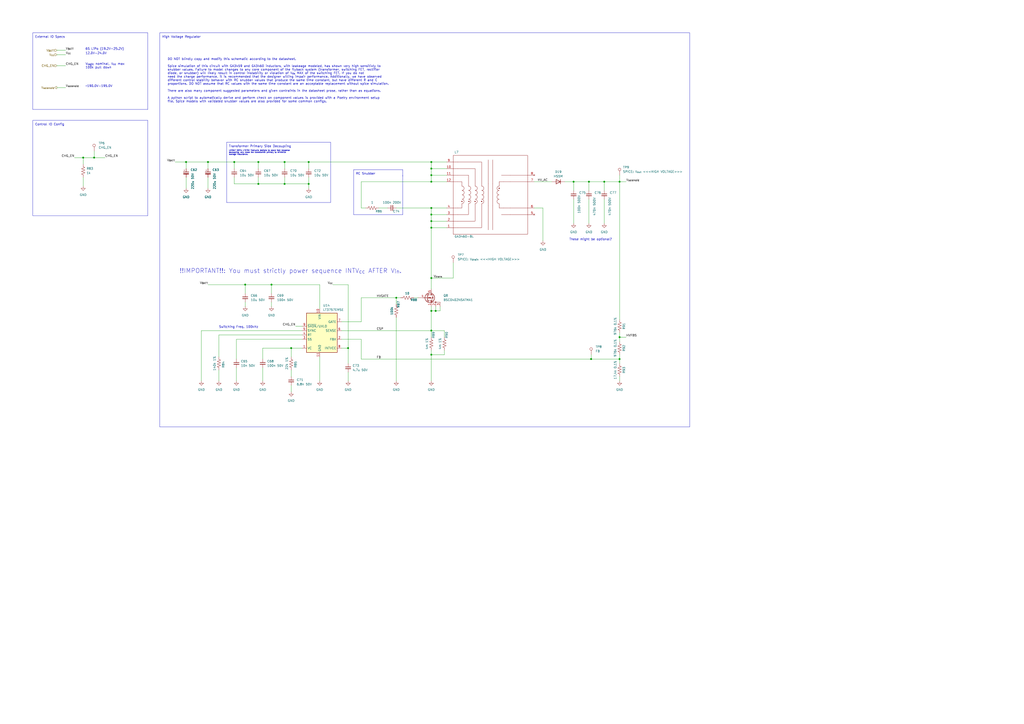
<source format=kicad_sch>
(kicad_sch (version 20230121) (generator eeschema)
  (paper "A2")
  (title_block (title "Kicker") (date "2024-05-23") (rev "3.1") (company "The A-Team (RC SSL)") (comment 1 "W. Stuckey"))
  (lib_symbols
    (symbol "AT-Inductors:GA3460-BL"
      (property "Reference" "L" (at 0 -25.4 0))
      (property "Value" "GA3460-BL" (at 0 25.4 0))
      (symbol "GA3460-BL_0_1"
        (rectangle (start -21.59 22.86) (end 21.59 -22.86) (stroke (width 0.1524)))
        (arc (start -16.51 -5.08) (mid -15.2558 -3.81) (end -16.51 -2.54) (stroke (width 0.1524)))
        (circle (center -16.51 3.81) (radius 0.254) (stroke (width 0.1524)) (fill (type outline)))
        (arc (start -16.4198 -2.54) (mid -15.2368 -1.27) (end -16.4198 0) (stroke (width 0.1524)))
        (arc (start -16.3296 2.54) (mid -15.2979 3.8897) (end -16.51 5.08) (stroke (width 0.1524)))
        (arc (start -16.2619 0.0112) (mid -15.2302 1.3609) (end -16.4423 2.5512) (stroke (width 0.1524)))
        (arc (start -12.6841 -5.08) (mid -11.4299 -3.81) (end -12.6841 -2.54) (stroke (width 0.1524)))
        (arc (start -12.5939 -2.54) (mid -11.4109 -1.27) (end -12.5939 0) (stroke (width 0.1524)))
        (arc (start -12.5196 2.54) (mid -11.4184 3.8946) (end -12.7 5.08) (stroke (width 0.1524)))
        (arc (start -12.4519 0.0112) (mid -11.4202 1.3609) (end -12.6323 2.5512) (stroke (width 0.1524)))
        (circle (center -12.446 3.81) (radius 0.254) (stroke (width 0.1524)) (fill (type outline)))
        (circle (center -8.89 3.81) (radius 0.254) (stroke (width 0.1524)) (fill (type outline)))
        (arc (start -8.8741 -5.08) (mid -7.6199 -3.81) (end -8.8741 -2.54) (stroke (width 0.1524)))
        (arc (start -8.7839 -2.54) (mid -7.6009 -1.27) (end -8.7839 0) (stroke (width 0.1524)))
        (arc (start -8.7096 2.54) (mid -7.6743 3.89) (end -8.89 5.08) (stroke (width 0.1524)))
        (arc (start -8.6419 0.0112) (mid -7.6102 1.3609) (end -8.8223 2.5512) (stroke (width 0.1524)))
        (circle (center -5.08 3.81) (radius 0.254) (stroke (width 0.1524)) (fill (type outline)))
        (arc (start -5.0641 -5.08) (mid -3.8099 -3.81) (end -5.0641 -2.54) (stroke (width 0.1524)))
        (arc (start -4.9898 2.54) (mid -3.8068 3.81) (end -4.9898 5.08) (stroke (width 0.1524)))
        (arc (start -4.9739 -2.54) (mid -3.7909 -1.27) (end -4.9739 0) (stroke (width 0.1524)))
        (arc (start -4.8319 0.0112) (mid -3.8002 1.3609) (end -5.0123 2.5512) (stroke (width 0.1524)))
        (polyline (pts (xy -19.05 -19.05) (xy -22.86 -19.05)) (stroke (width 0.1524)))
        (polyline (pts (xy -19.05 -11.43) (xy -22.86 -11.43)) (stroke (width 0.1524)))
        (polyline (pts (xy -19.05 -7.62) (xy -22.86 -7.62)) (stroke (width 0.1524)))
        (polyline (pts (xy -19.05 7.62) (xy -22.86 7.62)) (stroke (width 0.1524)))
        (polyline (pts (xy -19.05 15.24) (xy -22.86 15.24)) (stroke (width 0.1524)))
        (polyline (pts (xy -1.27 -6.35) (xy -1.27 -20.32)) (stroke (width 0.1524)))
        (polyline (pts (xy -1.27 6.35) (xy -1.27 -6.35)) (stroke (width 0.1524)))
        (polyline (pts (xy -1.27 6.35) (xy -1.27 20.32)) (stroke (width 0.1524)))
        (polyline (pts (xy 1.27 -6.35) (xy 1.27 -20.32)) (stroke (width 0.1524)))
        (polyline (pts (xy 1.27 6.35) (xy 1.27 -6.35)) (stroke (width 0.1524)))
        (polyline (pts (xy 1.27 6.35) (xy 1.27 20.32)) (stroke (width 0.1524)))
        (polyline (pts (xy 7.62 -7.62) (xy 11.43 -7.62)) (stroke (width 0.1524)))
        (polyline (pts (xy 7.62 7.62) (xy 11.43 7.62)) (stroke (width 0.1524)))
        (polyline (pts (xy 11.43 -11.43) (xy 6.35 -11.43)) (stroke (width 0.1524)))
        (polyline (pts (xy 11.43 -11.43) (xy 22.86 -11.43)) (stroke (width 0.1524)))
        (polyline (pts (xy 11.43 -7.62) (xy 22.86 -7.62)) (stroke (width 0.1524)))
        (polyline (pts (xy 11.43 7.62) (xy 22.86 7.62)) (stroke (width 0.1524)))
        (polyline (pts (xy 11.43 11.43) (xy 6.35 11.43)) (stroke (width 0.1524)))
        (polyline (pts (xy 11.43 11.43) (xy 22.86 11.43)) (stroke (width 0.1524)))
        (polyline (pts (xy -19.05 -15.24) (xy -22.86 -15.24) (xy -21.59 -15.24)) (stroke (width 0.1524)))
        (polyline (pts (xy -19.05 11.43) (xy -22.86 11.43) (xy -21.59 11.43)) (stroke (width 0.1524)))
        (polyline (pts (xy -19.05 19.05) (xy -22.86 19.05) (xy -21.59 19.05)) (stroke (width 0.1524)))
        (polyline (pts (xy -16.51 -5.08) (xy -16.51 -7.62) (xy -19.05 -7.62)) (stroke (width 0.1524)))
        (polyline (pts (xy -16.51 5.08) (xy -16.51 7.62) (xy -19.05 7.62)) (stroke (width 0.1524)))
        (polyline (pts (xy -12.7 -5.08) (xy -12.7 -11.43) (xy -19.05 -11.43)) (stroke (width 0.1524)))
        (polyline (pts (xy -12.7 5.08) (xy -12.7 11.43) (xy -19.05 11.43)) (stroke (width 0.1524)))
        (polyline (pts (xy -8.89 -5.08) (xy -8.89 -15.24) (xy -19.05 -15.24)) (stroke (width 0.1524)))
        (polyline (pts (xy -8.89 5.08) (xy -8.89 15.24) (xy -19.05 15.24)) (stroke (width 0.1524)))
        (polyline (pts (xy -5.08 -5.08) (xy -5.08 -19.05) (xy -19.05 -19.05)) (stroke (width 0.1524)))
        (polyline (pts (xy -5.08 5.08) (xy -5.08 19.05) (xy -19.05 19.05)) (stroke (width 0.1524)))
        (polyline (pts (xy 5.08 -5.08) (xy 5.08 -7.62) (xy 7.62 -7.62)) (stroke (width 0.1524)))
        (polyline (pts (xy 5.08 5.08) (xy 5.08 7.62) (xy 7.62 7.62)) (stroke (width 0.1524)))
        (arc (start 4.9739 0) (mid 3.7909 -1.27) (end 4.9739 -2.54) (stroke (width 0.1524)))
        (arc (start 4.9898 5.08) (mid 3.8068 3.81) (end 4.9898 2.54) (stroke (width 0.1524)))
        (arc (start 5.0123 2.5512) (mid 3.8002 1.3609) (end 4.8319 0.0112) (stroke (width 0.1524)))
        (arc (start 5.0641 -2.54) (mid 3.8099 -3.81) (end 5.0641 -5.08) (stroke (width 0.1524)))
        (circle (center 5.08 -3.81) (radius 0.254) (stroke (width 0.1524)) (fill (type outline)))
      )
      (symbol "GA3460-BL_1_1"
        (pin passive line (at -25.4 19.05 0) (length 2.54) (name "") (number "1"))
        (pin passive line (at -25.4 -15.24 0) (length 2.54) (name "") (number "10"))
        (pin passive line (at -25.4 -11.43 0) (length 2.54) (name "") (number "11"))
        (pin passive line (at -25.4 -7.62 0) (length 2.54) (name "") (number "12"))
        (pin passive line (at -25.4 15.24 0) (length 2.54) (name "") (number "2"))
        (pin passive line (at -25.4 11.43 0) (length 2.54) (name "") (number "3"))
        (pin passive line (at -25.4 7.62 0) (length 2.54) (name "") (number "4"))
        (pin no_connect line (at 25.4 11.43 180) (length 2.54) (name "") (number "5"))
        (pin passive line (at 25.4 7.62 180) (length 2.54) (name "") (number "6"))
        (pin passive line (at 25.4 -7.62 180) (length 2.54) (name "") (number "7"))
        (pin no_connect line (at 25.4 -11.43 180) (length 2.54) (name "") (number "8"))
        (pin passive line (at -25.4 -19.05 0) (length 2.54) (name "") (number "9"))
      )
    )
    (symbol "AT-Transistors:Q_NMOS_SGD_PowerPAK" (pin_names (offset 0) hide)
      (property "Reference" "Q" (at 5.08 1.27 0))
      (property "Value" "Q_NMOS_SGD_PowerPAK" (at 5.08 -1.27 0))
      (symbol "Q_NMOS_SGD_PowerPAK_0_1"
        (polyline (pts (xy 0.254 0) (xy -2.54 0)))
        (polyline (pts (xy 0.254 1.905) (xy 0.254 -1.905)) (stroke (width 0.254)))
        (polyline (pts (xy 0.762 -1.27) (xy 0.762 -2.286)) (stroke (width 0.254)))
        (polyline (pts (xy 0.762 0.508) (xy 0.762 -0.508)) (stroke (width 0.254)))
        (polyline (pts (xy 0.762 2.286) (xy 0.762 1.27)) (stroke (width 0.254)))
        (polyline (pts (xy 2.54 2.54) (xy 2.54 1.778)))
        (polyline (pts (xy 7.62 -2.54) (xy 5.08 -2.54)) (stroke (width 0.1524)))
        (polyline (pts (xy 2.54 -2.54) (xy 2.54 0) (xy 0.762 0)))
        (polyline (pts (xy 5.08 -2.54) (xy 2.54 -2.54) (xy 3.81 -2.54)) (stroke (width 0.1524)))
        (polyline (pts (xy 0.762 -1.778) (xy 3.302 -1.778) (xy 3.302 1.778) (xy 0.762 1.778)))
        (polyline (pts (xy 1.016 0) (xy 2.032 0.381) (xy 2.032 -0.381) (xy 1.016 0)) (fill (type outline)))
        (polyline (pts (xy 2.794 0.508) (xy 2.921 0.381) (xy 3.683 0.381) (xy 3.81 0.254)))
        (polyline (pts (xy 3.302 0.381) (xy 2.921 -0.254) (xy 3.683 -0.254) (xy 3.302 0.381)))
        (circle (center 1.651 0) (radius 2.794) (stroke (width 0.254)))
        (circle (center 2.54 -2.54) (radius 0.254) (fill (type outline)))
        (circle (center 2.54 -1.778) (radius 0.254) (fill (type outline)))
        (circle (center 2.54 1.778) (radius 0.254) (fill (type outline)))
        (circle (center 5.08 -2.54) (radius 0.254) (fill (type outline)))
      )
      (symbol "Q_NMOS_SGD_PowerPAK_1_1"
        (pin passive line (at 2.54 -5.08 90) (length 2.54) (name "S") (number "1"))
        (pin passive line (at 5.08 -5.08 90) (length 2.54) (name "S") (number "2"))
        (pin passive line (at 7.62 -5.08 90) (length 2.54) (name "S") (number "3"))
        (pin input line (at -5.08 0 0) (length 5.08) (name "G") (number "4"))
        (pin passive line (at 2.54 5.08 270) (length 2.54) (name "D") (number "5"))
      )
    )
    (symbol "Connector:TestPoint" (pin_numbers hide) (pin_names (offset 0.762) hide)
      (property "Reference" "TP" (at 0 6.858 0))
      (property "Value" "TestPoint" (at 0 5.08 0))
      (symbol "TestPoint_0_1"
        (circle (center 0 3.302) (radius 0.762))
      )
      (symbol "TestPoint_1_1"
        (pin passive line (at 0 0 90) (length 2.54) (name "1") (number "1"))
      )
    )
    (symbol "Device:C_Polarized_Small" (pin_numbers hide) (pin_names (offset 0.254) hide)
      (property "Reference" "C" (at 0.254 1.778 0))
      (property "Value" "C_Polarized_Small" (at 0.254 -2.032 0))
      (symbol "C_Polarized_Small_0_1"
        (rectangle (start -1.524 -0.3048) (end 1.524 -0.6858) (fill (type outline)))
        (rectangle (start -1.524 0.6858) (end 1.524 0.3048))
        (polyline (pts (xy -1.27 1.524) (xy -0.762 1.524)))
        (polyline (pts (xy -1.016 1.27) (xy -1.016 1.778)))
      )
      (symbol "C_Polarized_Small_1_1"
        (pin passive line (at 0 2.54 270) (length 1.8542) (name "~") (number "1"))
        (pin passive line (at 0 -2.54 90) (length 1.8542) (name "~") (number "2"))
      )
    )
    (symbol "Device:C_Small" (pin_numbers hide) (pin_names (offset 0.254) hide)
      (property "Reference" "C" (at 0.254 1.778 0))
      (property "Value" "C_Small" (at 0.254 -2.032 0))
      (symbol "C_Small_0_1"
        (polyline (pts (xy -1.524 -0.508) (xy 1.524 -0.508)) (stroke (width 0.3302)))
        (polyline (pts (xy -1.524 0.508) (xy 1.524 0.508)) (stroke (width 0.3048)))
      )
      (symbol "C_Small_1_1"
        (pin passive line (at 0 2.54 270) (length 2.032) (name "~") (number "1"))
        (pin passive line (at 0 -2.54 90) (length 2.032) (name "~") (number "2"))
      )
    )
    (symbol "Device:D" (pin_numbers hide) (pin_names (offset 1.016) hide)
      (property "Reference" "D" (at 0 2.54 0))
      (property "Value" "D" (at 0 -2.54 0))
      (symbol "D_0_1"
        (polyline (pts (xy -1.27 1.27) (xy -1.27 -1.27)) (stroke (width 0.254)))
        (polyline (pts (xy 1.27 0) (xy -1.27 0)))
        (polyline (pts (xy 1.27 1.27) (xy 1.27 -1.27) (xy -1.27 0) (xy 1.27 1.27)) (stroke (width 0.254)))
      )
      (symbol "D_1_1"
        (pin passive line (at -3.81 0 0) (length 2.54) (name "K") (number "1"))
        (pin passive line (at 3.81 0 180) (length 2.54) (name "A") (number "2"))
      )
    )
    (symbol "Device:R_US" (pin_numbers hide) (pin_names (offset 0))
      (property "Reference" "R" (at 2.54 0 90))
      (property "Value" "R_US" (at -2.54 0 90))
      (symbol "R_US_0_1"
        (polyline (pts (xy 0 -2.286) (xy 0 -2.54)))
        (polyline (pts (xy 0 2.286) (xy 0 2.54)))
        (polyline (pts (xy 0 -0.762) (xy 1.016 -1.143) (xy 0 -1.524) (xy -1.016 -1.905) (xy 0 -2.286)))
        (polyline (pts (xy 0 0.762) (xy 1.016 0.381) (xy 0 0) (xy -1.016 -0.381) (xy 0 -0.762)))
        (polyline (pts (xy 0 2.286) (xy 1.016 1.905) (xy 0 1.524) (xy -1.016 1.143) (xy 0 0.762)))
      )
      (symbol "R_US_1_1"
        (pin passive line (at 0 3.81 270) (length 1.27) (name "~") (number "1"))
        (pin passive line (at 0 -3.81 90) (length 1.27) (name "~") (number "2"))
      )
    )
    (symbol "Regulator_Switching:LT3757EMSE"
      (property "Reference" "U14" (at 1.9559 14.605 0))
      (property "Value" "LT3757EMSE" (at 1.9559 12.065 0))
      (symbol "LT3757EMSE_0_1"
        (rectangle (start -7.62 10.16) (end 10.16 -12.7) (stroke (width 0.254)) (fill (type background)))
      )
      (symbol "LT3757EMSE_1_1"
        (pin input line (at -10.16 -10.16 0) (length 2.54) (name "VC") (number "1"))
        (pin power_in line (at 0 12.7 270) (length 2.54) (name "VIN") (number "10"))
        (pin power_in line (at 0 -15.24 90) (length 2.54) (name "GND") (number "11"))
        (pin input line (at 12.7 -5.08 180) (length 2.54) (name "FBX") (number "2"))
        (pin input line (at -10.16 -5.08 0) (length 2.54) (name "SS") (number "3"))
        (pin input line (at -10.16 -2.54 0) (length 2.54) (name "RT") (number "4"))
        (pin input line (at -10.16 0 0) (length 2.54) (name "SYNC") (number "5"))
        (pin input line (at 12.7 0 180) (length 2.54) (name "SENSE") (number "6"))
        (pin output line (at 12.7 5.08 180) (length 2.54) (name "GATE") (number "7"))
        (pin input line (at 12.7 -10.16 180) (length 2.54) (name "INTVCC") (number "8"))
        (pin input line (at -10.16 2.54 0) (length 2.54) (name "~{SHDN}/UVLO") (number "9"))
      )
    )
    (symbol "power:GND" (power) (pin_names (offset 0))
      (property "Value" "GND" (at 0 -3.81 0))
      (symbol "GND_0_1"
        (polyline (pts (xy 0 0) (xy 0 -1.27) (xy 1.27 -1.27) (xy 0 -2.54) (xy -1.27 -1.27) (xy 0 -1.27)))
      )
      (symbol "GND_1_1"
        (pin power_in line (at 0 0 270) (length 0) hide (name "GND") (number "1"))
      )
    )
  )
  (junction (at 54.61 91.44))
  (junction (at 250.19 191.77))
  (junction (at 252.73 180.34))
  (junction (at 341.63 105.41))
  (junction (at 201.93 201.93))
  (junction (at 342.9 208.28))
  (junction (at 229.87 172.72))
  (junction (at 359.41 105.41))
  (junction (at 250.19 105.41))
  (junction (at 250.19 101.6))
  (junction (at 250.19 205.74))
  (junction (at 179.07 106.68))
  (junction (at 179.07 93.98))
  (junction (at 149.86 106.68))
  (junction (at 250.19 124.46))
  (junction (at 48.26 91.44))
  (junction (at 107.95 93.98))
  (junction (at 250.19 120.65))
  (junction (at 250.19 161.29))
  (junction (at 120.65 93.98))
  (junction (at 359.41 208.28))
  (junction (at 142.24 165.1))
  (junction (at 250.19 180.34))
  (junction (at 350.52 105.41))
  (junction (at 332.74 105.41))
  (junction (at 168.91 201.93))
  (junction (at 250.19 97.79))
  (junction (at 359.41 195.58))
  (junction (at 157.48 165.1))
  (junction (at 250.19 132.08))
  (junction (at 165.1 93.98))
  (junction (at 135.89 93.98))
  (junction (at 250.19 93.98))
  (junction (at 165.1 106.68))
  (junction (at 149.86 93.98))
  (junction (at 250.19 128.27))
  (wire (pts (xy 209.55 172.72) (xy 229.87 172.72)))
  (wire (pts (xy 250.19 120.65) (xy 250.19 124.46)))
  (polyline (pts (xy 233.68 124.46) (xy 205.105 124.46)))
  (wire (pts (xy 152.4 201.93) (xy 168.91 201.93)))
  (wire (pts (xy 250.19 93.98) (xy 259.08 93.98)))
  (wire (pts (xy 250.19 105.41) (xy 250.19 101.6)))
  (wire (pts (xy 137.16 196.85) (xy 137.16 208.28)))
  (wire (pts (xy 332.74 105.41) (xy 341.63 105.41)))
  (wire (pts (xy 175.26 201.93) (xy 168.91 201.93)))
  (wire (pts (xy 250.19 180.34) (xy 252.73 180.34)))
  (polyline (pts (xy 131.445 117.475) (xy 131.445 82.55)))
  (wire (pts (xy 255.27 180.34) (xy 252.73 180.34)))
  (wire (pts (xy 209.55 120.65) (xy 209.55 105.41)))
  (wire (pts (xy 262.89 152.4) (xy 262.89 161.29)))
  (wire (pts (xy 175.26 196.85) (xy 137.16 196.85)))
  (wire (pts (xy 359.41 208.28) (xy 359.41 210.82)))
  (wire (pts (xy 165.1 102.87) (xy 165.1 106.68)))
  (wire (pts (xy 332.74 115.57) (xy 332.74 129.54)))
  (polyline (pts (xy 205.105 98.425) (xy 233.68 98.425)))
  (wire (pts (xy 327.66 105.41) (xy 332.74 105.41)))
  (polyline (pts (xy 191.77 82.55) (xy 191.77 117.475)))
  (wire (pts (xy 168.91 201.93) (xy 168.91 207.01)))
  (wire (pts (xy 107.95 93.98) (xy 120.65 93.98)))
  (wire (pts (xy 250.19 101.6) (xy 250.19 97.79)))
  (wire (pts (xy 250.19 180.34) (xy 250.19 191.77)))
  (wire (pts (xy 341.63 105.41) (xy 341.63 110.49)))
  (wire (pts (xy 157.48 170.18) (xy 157.48 165.1)))
  (wire (pts (xy 33.02 29.21) (xy 38.1 29.21)))
  (wire (pts (xy 48.26 91.44) (xy 48.26 95.25)))
  (wire (pts (xy 229.87 184.15) (xy 229.87 220.98)))
  (wire (pts (xy 229.87 172.72) (xy 229.87 176.53)))
  (wire (pts (xy 259.08 105.41) (xy 250.19 105.41)))
  (polyline (pts (xy 92.71 19.05) (xy 400.05 19.05)))
  (wire (pts (xy 359.41 105.41) (xy 359.41 185.42)))
  (wire (pts (xy 165.1 93.98) (xy 165.1 97.79)))
  (wire (pts (xy 250.19 203.2) (xy 250.19 205.74)))
  (wire (pts (xy 101.6 93.98) (xy 107.95 93.98)))
  (wire (pts (xy 240.03 172.72) (xy 242.57 172.72)))
  (wire (pts (xy 48.26 102.87) (xy 48.26 107.95)))
  (wire (pts (xy 209.55 186.69) (xy 209.55 172.72)))
  (wire (pts (xy 257.81 205.74) (xy 250.19 205.74)))
  (wire (pts (xy 165.1 93.98) (xy 179.07 93.98)))
  (wire (pts (xy 137.16 213.36) (xy 137.16 220.98)))
  (polyline (pts (xy 19.05 19.05) (xy 85.725 19.05)))
  (wire (pts (xy 309.88 105.41) (xy 320.04 105.41)))
  (wire (pts (xy 250.19 97.79) (xy 250.19 93.98)))
  (wire (pts (xy 149.86 102.87) (xy 149.86 106.68)))
  (polyline (pts (xy 205.105 124.46) (xy 205.105 98.425)))
  (wire (pts (xy 350.52 105.41) (xy 350.52 110.49)))
  (wire (pts (xy 43.18 91.44) (xy 48.26 91.44)))
  (wire (pts (xy 179.07 93.98) (xy 179.07 97.79)))
  (wire (pts (xy 165.1 106.68) (xy 179.07 106.68)))
  (polyline (pts (xy 400.05 247.65) (xy 92.71 247.65)))
  (wire (pts (xy 342.9 205.74) (xy 342.9 208.28)))
  (polyline (pts (xy 233.68 101.6) (xy 233.68 124.46)))
  (wire (pts (xy 185.42 207.01) (xy 185.42 220.98)))
  (wire (pts (xy 359.41 218.44) (xy 359.41 220.98)))
  (wire (pts (xy 33.02 50.8) (xy 38.1 50.8)))
  (wire (pts (xy 359.41 195.58) (xy 363.22 195.58)))
  (wire (pts (xy 359.41 193.04) (xy 359.41 195.58)))
  (wire (pts (xy 54.61 87.63) (xy 54.61 91.44)))
  (wire (pts (xy 250.19 191.77) (xy 257.81 191.77)))
  (wire (pts (xy 250.19 128.27) (xy 259.08 128.27)))
  (wire (pts (xy 209.55 208.28) (xy 342.9 208.28)))
  (polyline (pts (xy 19.05 19.05) (xy 19.05 63.5)))
  (wire (pts (xy 107.95 102.87) (xy 107.95 109.22)))
  (wire (pts (xy 209.55 105.41) (xy 250.19 105.41)))
  (wire (pts (xy 175.26 194.31) (xy 127 194.31)))
  (wire (pts (xy 201.93 165.1) (xy 201.93 201.93)))
  (wire (pts (xy 252.73 177.8) (xy 252.73 180.34)))
  (wire (pts (xy 152.4 213.36) (xy 152.4 220.98)))
  (wire (pts (xy 250.19 177.8) (xy 250.19 180.34)))
  (polyline (pts (xy 233.68 98.425) (xy 233.68 102.235)))
  (wire (pts (xy 250.19 101.6) (xy 259.08 101.6)))
  (wire (pts (xy 342.9 208.28) (xy 359.41 208.28)))
  (wire (pts (xy 250.19 132.08) (xy 250.19 161.29)))
  (wire (pts (xy 33.02 38.1) (xy 38.1 38.1)))
  (wire (pts (xy 127 194.31) (xy 127 207.01)))
  (wire (pts (xy 250.19 124.46) (xy 259.08 124.46)))
  (wire (pts (xy 229.87 172.72) (xy 232.41 172.72)))
  (wire (pts (xy 120.65 102.87) (xy 120.65 109.22)))
  (wire (pts (xy 250.19 128.27) (xy 250.19 132.08)))
  (wire (pts (xy 135.89 106.68) (xy 149.86 106.68)))
  (wire (pts (xy 198.12 191.77) (xy 250.19 191.77)))
  (polyline (pts (xy 85.725 69.85) (xy 85.725 125.095)))
  (wire (pts (xy 359.41 195.58) (xy 359.41 198.12)))
  (wire (pts (xy 48.26 91.44) (xy 54.61 91.44)))
  (wire (pts (xy 209.55 196.85) (xy 198.12 196.85)))
  (wire (pts (xy 179.07 102.87) (xy 179.07 106.68)))
  (wire (pts (xy 314.96 120.65) (xy 314.96 139.7)))
  (wire (pts (xy 179.07 106.68) (xy 179.07 109.22)))
  (wire (pts (xy 175.26 191.77) (xy 116.84 191.77)))
  (wire (pts (xy 255.27 177.8) (xy 255.27 180.34)))
  (wire (pts (xy 257.81 195.58) (xy 257.81 191.77)))
  (wire (pts (xy 135.89 93.98) (xy 135.89 97.79)))
  (wire (pts (xy 250.19 205.74) (xy 250.19 220.98)))
  (polyline (pts (xy 400.05 19.05) (xy 400.05 247.65)))
  (wire (pts (xy 341.63 115.57) (xy 341.63 129.54)))
  (wire (pts (xy 350.52 105.41) (xy 359.41 105.41)))
  (wire (pts (xy 209.55 208.28) (xy 209.55 196.85)))
  (polyline (pts (xy 85.725 69.85) (xy 19.05 69.85)))
  (wire (pts (xy 149.86 106.68) (xy 165.1 106.68)))
  (wire (pts (xy 229.87 120.65) (xy 250.19 120.65)))
  (wire (pts (xy 142.24 175.26) (xy 142.24 177.8)))
  (polyline (pts (xy 19.05 125.095) (xy 85.725 125.095)))
  (wire (pts (xy 250.19 191.77) (xy 250.19 195.58)))
  (wire (pts (xy 185.42 165.1) (xy 185.42 179.07)))
  (wire (pts (xy 193.04 165.1) (xy 201.93 165.1)))
  (wire (pts (xy 359.41 101.6) (xy 359.41 105.41)))
  (wire (pts (xy 135.89 93.98) (xy 149.86 93.98)))
  (wire (pts (xy 168.91 214.63) (xy 168.91 218.44)))
  (wire (pts (xy 250.19 120.65) (xy 259.08 120.65)))
  (wire (pts (xy 250.19 132.08) (xy 259.08 132.08)))
  (wire (pts (xy 142.24 165.1) (xy 142.24 170.18)))
  (wire (pts (xy 142.24 165.1) (xy 157.48 165.1)))
  (wire (pts (xy 168.91 223.52) (xy 168.91 227.33)))
  (wire (pts (xy 250.19 161.29) (xy 250.19 167.64)))
  (wire (pts (xy 157.48 165.1) (xy 185.42 165.1)))
  (wire (pts (xy 171.45 189.23) (xy 175.26 189.23)))
  (polyline (pts (xy 85.725 63.5) (xy 19.05 63.5)))
  (wire (pts (xy 198.12 201.93) (xy 201.93 201.93)))
  (wire (pts (xy 212.09 120.65) (xy 209.55 120.65)))
  (wire (pts (xy 201.93 215.9) (xy 201.93 220.98)))
  (wire (pts (xy 250.19 97.79) (xy 259.08 97.79)))
  (polyline (pts (xy 131.445 82.55) (xy 191.77 82.55)))
  (wire (pts (xy 262.89 161.29) (xy 250.19 161.29)))
  (wire (pts (xy 120.65 97.79) (xy 120.65 93.98)))
  (wire (pts (xy 179.07 93.98) (xy 250.19 93.98)))
  (wire (pts (xy 120.65 93.98) (xy 135.89 93.98)))
  (polyline (pts (xy 85.725 19.05) (xy 85.725 63.5)))
  (wire (pts (xy 149.86 93.98) (xy 165.1 93.98)))
  (wire (pts (xy 116.84 191.77) (xy 116.84 220.98)))
  (wire (pts (xy 219.71 120.65) (xy 224.79 120.65)))
  (wire (pts (xy 359.41 205.74) (xy 359.41 208.28)))
  (wire (pts (xy 107.95 97.79) (xy 107.95 93.98)))
  (wire (pts (xy 157.48 175.26) (xy 157.48 177.8)))
  (polyline (pts (xy 19.05 69.85) (xy 19.05 125.095)))
  (wire (pts (xy 257.81 203.2) (xy 257.81 205.74)))
  (wire (pts (xy 341.63 105.41) (xy 350.52 105.41)))
  (wire (pts (xy 152.4 208.28) (xy 152.4 201.93)))
  (wire (pts (xy 33.02 31.75) (xy 38.1 31.75)))
  (wire (pts (xy 127 214.63) (xy 127 220.98)))
  (wire (pts (xy 135.89 102.87) (xy 135.89 106.68)))
  (wire (pts (xy 350.52 115.57) (xy 350.52 129.54)))
  (wire (pts (xy 54.61 91.44) (xy 60.96 91.44)))
  (wire (pts (xy 149.86 93.98) (xy 149.86 97.79)))
  (wire (pts (xy 201.93 201.93) (xy 201.93 210.82)))
  (wire (pts (xy 120.65 165.1) (xy 142.24 165.1)))
  (wire (pts (xy 198.12 186.69) (xy 209.55 186.69)))
  (wire (pts (xy 250.19 124.46) (xy 250.19 128.27)))
  (wire (pts (xy 359.41 105.41) (xy 363.22 105.41)))
  (wire (pts (xy 309.88 120.65) (xy 314.96 120.65)))
  (wire (pts (xy 332.74 105.41) (xy 332.74 110.49)))
  (polyline (pts (xy 191.77 117.475) (xy 131.445 117.475)))
  (polyline (pts (xy 92.71 19.05) (xy 92.71 247.65)))
  (text "DO NOT blindly copy and modify this schematic according to the datasheet.\n\nSpice simulation of this circuit with GA3459 and GA3460 inductors, with leakeage modeled, has shown very high sensitivty to\nsnubber values. Failure to model changes to any core component of the flyback system (transformer, switching FET, rectifier\ndiode, or snubber) will likely result in control instability or violation of V_{ds} MAX of the switching FET. If you do not \nneed the charge performance, it is recommended that the designer willing impair performance. Additionally, we have observed \ndifferent control stability behavor with RC snubber values that produce the same time constant, but have different R and C \nproportions. DO NOT assume that RC values with the same time constant are an acceptable replacement without spice simulation.\n\nThere are also many component suggested parameters and given contraints in the datasheet prose, rather than as equations.\n\nA python script to automatically derive and perform check on component values is provided with a Poetry environment setup\nfile. Spice models with validated snubber values are also provided for some common configs." (at 97.155 59.69 0) (effects (font (size 1.27 1.27)) (justify left bottom)))
  (text "Switching Freq. 100kHz" (at 127 190.5 0) (effects (font (size 1.27 1.27)) (justify left bottom)))
  (text "High Voltage Regulator" (at 93.98 22.225 0) (effects (font (size 1.27 1.27)) (justify left bottom)))
  (text "LAYOUT NOTE: LT3751 instructs designs to place fast response \ndecoupling very close the transformer primary to minimize \nleakage inductance." (at 132.715 90.17 0) (effects (font (size 0.73 0.73)) (justify left bottom)))
  (text "Control IO Config" (at 20.32 73.025 0) (effects (font (size 1.27 1.27)) (justify left bottom)))
  (text "6S LiPo (19.2V-25.2V)" (at 49.53 29.21 0) (effects (font (size 1.27 1.27)) (justify left bottom)))
  (text "~190.0V-195.0V" (at 49.53 50.8 0) (effects (font (size 1.27 1.27)) (justify left bottom)))
  (text "12.0V-24.0V" (at 49.53 31.75 0) (effects (font (size 1.27 1.27)) (justify left bottom)))
  (text "External IO Specs" (at 20.32 22.225 0) (effects (font (size 1.27 1.27)) (justify left bottom)))
  (text "These might be optional?" (at 330.2 139.7 0) (effects (font (size 1.27 1.27)) (justify left bottom)))
  (text "!!IMPORTANT!!: You must strictly power sequence INTV_{cc} AFTER V_{in}." (at 104.14 158.75 0) (effects (font (size 2.54 2.54)) (justify left bottom)))
  (text "V_{logic} nominal, V_{cc} max\n100k pull down" (at 49.53 40.005 0) (effects (font (size 1.27 1.27)) (justify left bottom)))
  (text "Transformer Primary Side Decoupling" (at 132.715 85.725 0) (effects (font (size 1.27 1.27)) (justify left bottom)))
  (text "RC Snubber" (at 206.375 101.6 0) (effects (font (size 1.27 1.27)) (justify left bottom)))
  (label "V_{BATT}" (at 38.1 29.21 0))
  (label "V_{cc}" (at 38.1 31.75 0))
  (label "V_{trans}" (at 251.46 161.29 0))
  (label "V_{solenoid}" (at 38.1 50.8 0))
  (label "CHG_EN" (at 43.18 91.44 180))
  (label "V_{cc}" (at 193.04 165.1 180))
  (label "V_{solenoid}" (at 363.22 105.41 0))
  (label "CHG_EN" (at 60.96 91.44 0))
  (label "CSP" (at 218.44 191.77 0))
  (label "HVFBS" (at 363.22 195.58 0))
  (label "HV_AC" (at 311.785 105.41 0))
  (label "FB" (at 218.44 208.28 0))
  (label "V_{BATT}" (at 120.65 165.1 180))
  (label "HVGATE" (at 218.44 172.72 0))
  (label "CHG_EN" (at 171.45 189.23 180))
  (label "V_{BATT}" (at 101.6 93.98 180))
  (label "CHG_EN" (at 38.1 38.1 0))
  (hierarchical_label "CHG_EN" (shape input) (at 33.02 38.1 180))
  (hierarchical_label "V_{solenoid}" (shape output) (at 33.02 50.8 180))
  (hierarchical_label "V_{BATT}" (shape input) (at 33.02 29.21 180))
  (hierarchical_label "V_{cc}" (shape input) (at 33.02 31.75 180))
  (symbol (lib_id "power:GND") (at 48.26 107.95 0) (unit 1)
    (property "Reference" "#PWR0133" (effects hide))
    (property "Value" "GND" (at 48.26 113.03 0))
    (instances (project "kicker" (path "" (reference "#PWR0133") (unit 1))) (project "kicker" (path "" (reference "#PWR043") (unit 1))))
  )
  (symbol (lib_id "Device:C_Small") (at 350.52 113.03 0) (unit 1)
    (property "Reference" "C77" (at 353.695 111.7662 0) (effects (justify left)))
    (property "Value" "470n 500V" (at 353.695 125.095 90) (effects (justify left)))
    (property "Footprint" "Capacitor_SMD:C_1812_4532Metric" (effects hide))
    (instances (project "kicker" (path "" (reference "C77") (unit 1))) (project "kicker" (path "" (reference "C37") (unit 1))))
  )
  (symbol (lib_id "Connector:TestPoint") (at 54.61 87.63 0) (unit 1)
    (property "Reference" "TP6" (at 57.15 83.0579 0) (effects (justify left)))
    (property "Value" "CHG_EN" (at 57.15 85.5979 0) (effects (justify left)))
    (property "Footprint" "TestPoint:TestPoint_Pad_D1.5mm" (effects hide))
    (instances (project "kicker" (path "" (reference "TP6") (unit 1))) (project "kicker" (path "" (reference "TP1") (unit 1))))
  )
  (symbol (lib_id "power:GND") (at 350.52 129.54 0) (unit 1)
    (property "Reference" "#PWR0151" (effects hide))
    (property "Value" "GND" (at 350.52 134.62 0))
    (instances (project "kicker" (path "" (reference "#PWR0151") (unit 1))) (project "kicker" (path "" (reference "#PWR095") (unit 1))))
  )
  (symbol (lib_id "Device:C_Small") (at 165.1 100.33 0) (unit 1)
    (property "Reference" "C70" (at 168.275 99.0662 0) (effects (justify left)))
    (property "Value" "10u 50V" (at 168.275 101.6062 0) (effects (justify left)))
    (property "Footprint" "Capacitor_SMD:C_0805_2012Metric" (effects hide))
    (instances (project "kicker" (path "" (reference "C70") (unit 1))) (project "kicker" (path "" (reference "C22") (unit 1))))
  )
  (symbol (lib_id "Device:C_Small") (at 332.74 113.03 0) (unit 1)
    (property "Reference" "C75" (at 335.915 111.7662 0) (effects (justify left)))
    (property "Value" "100n 500V" (at 335.915 123.825 90) (effects (justify left)))
    (property "Footprint" "Capacitor_SMD:C_1210_3225Metric" (effects hide))
    (instances (project "kicker" (path "" (reference "C75") (unit 1))) (project "kicker" (path "" (reference "C35") (unit 1))))
  )
  (symbol (lib_id "power:GND") (at 314.96 139.7 0) (unit 1)
    (property "Reference" "#PWR0148" (effects hide))
    (property "Value" "GND" (at 314.96 144.78 0))
    (instances (project "kicker" (path "" (reference "#PWR0148") (unit 1))) (project "kicker" (path "" (reference "#PWR059") (unit 1))))
  )
  (symbol (lib_id "Device:R_US") (at 215.9 120.65 90) (unit 1)
    (property "Reference" "R86" (at 219.71 122.555 90))
    (property "Value" "1" (at 215.9 117.475 90))
    (property "Footprint" "Resistor_SMD:R_0805_2012Metric" (effects hide))
    (instances (project "kicker" (path "" (reference "R86") (unit 1))) (project "kicker" (path "" (reference "R19") (unit 1))))
  )
  (symbol (lib_id "AT-Transistors:Q_NMOS_SGD_PowerPAK") (at 247.65 172.72 0) (unit 1)
    (property "Reference" "Q8" (at 257.175 171.4499 0) (effects (justify left)))
    (property "Value" "BSC0402NSATMA1" (at 257.175 173.9899 0) (effects (justify left)))
    (property "Footprint" "Package_TO_SOT_SMD:TDSON-8-1" (effects hide))
    (instances (project "kicker" (path "" (reference "Q8") (unit 1))) (project "kicker" (path "" (reference "Q1") (unit 1))))
  )
  (symbol (lib_id "power:GND") (at 152.4 220.98 0) (unit 1)
    (property "Reference" "#PWR0140" (effects hide))
    (property "Value" "GND" (at 152.4 226.06 0))
    (instances (project "kicker" (path "" (reference "#PWR0140") (unit 1))) (project "kicker" (path "" (reference "#PWR051") (unit 1))))
  )
  (symbol (lib_id "Device:D") (at 323.85 105.41 180) (unit 1)
    (property "Reference" "D19" (at 323.85 99.695 0))
    (property "Value" "HS5M" (at 323.85 102.235 0))
    (property "Footprint" "Diode_SMD:D_SMC" (effects hide))
    (property "Sim.Device" "D" (effects hide))
    (property "Sim.Pins" "1=K 2=A" (effects hide))
    (instances (project "kicker" (path "" (reference "D19") (unit 1))) (project "kicker" (path "" (reference "D9") (unit 1))))
  )
  (symbol (lib_id "power:GND") (at 157.48 177.8 0) (unit 1)
    (property "Reference" "#PWR0141" (effects hide))
    (property "Value" "GND" (at 157.48 182.88 0))
    (instances (project "kicker" (path "" (reference "#PWR0141") (unit 1))) (project "kicker" (path "" (reference "#PWR052") (unit 1))))
  )
  (symbol (lib_id "Connector:TestPoint") (at 262.89 152.4 0) (unit 1)
    (property "Reference" "TP7" (at 265.43 147.8279 0) (effects (justify left)))
    (property "Value" "SPICE: V_{drain} <<<HIGH VOLTAGE>>>" (at 265.43 150.3679 0) (effects (justify left)))
    (property "Footprint" "TestPoint:TestPoint_Pad_D1.5mm" (effects hide))
    (instances (project "kicker" (path "" (reference "TP7") (unit 1))) (project "kicker" (path "" (reference "TP2") (unit 1))))
  )
  (symbol (lib_id "Device:C_Small") (at 157.48 172.72 0) (unit 1)
    (property "Reference" "C69" (at 160.655 171.45 0) (effects (justify left)))
    (property "Value" "100n 50V" (at 160.655 173.99 0) (effects (justify left)))
    (property "Footprint" "Capacitor_SMD:C_0402_1005Metric" (effects hide))
    (instances (project "kicker" (path "" (reference "C69") (unit 1))) (project "kicker" (path "" (reference "C21") (unit 1))))
  )
  (symbol (lib_id "Device:R_US") (at 127 210.82 180) (unit 1)
    (property "Reference" "R84" (at 129.54 211.455 90))
    (property "Value" "140k 1%" (at 124.46 210.82 90))
    (property "Footprint" "Resistor_SMD:R_0402_1005Metric" (effects hide))
    (instances (project "kicker" (path "" (reference "R84") (unit 1))) (project "kicker" (path "" (reference "R17") (unit 1))))
  )
  (symbol (lib_id "Connector:TestPoint") (at 342.9 205.74 0) (unit 1)
    (property "Reference" "TP8" (at 345.44 201.1679 0) (effects (justify left)))
    (property "Value" "FB" (at 345.44 203.7079 0) (effects (justify left)))
    (property "Footprint" "TestPoint:TestPoint_Pad_D1.5mm" (effects hide))
    (instances (project "kicker" (path "" (reference "TP8") (unit 1))) (project "kicker" (path "" (reference "TP3") (unit 1))))
  )
  (symbol (lib_id "AT-Inductors:GA3460-BL") (at 284.48 113.03 0) (mirror x) (unit 1)
    (property "Reference" "L7" (at 264.795 88.265 0))
    (property "Value" "GA3460-BL" (at 269.24 137.16 0))
    (property "Footprint" "AT-Inductors:GA34XX-BL" (effects hide))
    (property "Datasheet" "GA3460-BL" (effects hide))
    (instances (project "kicker" (path "" (reference "L7") (unit 1))) (project "kicker" (path "" (reference "L1") (unit 1))))
  )
  (symbol (lib_id "power:GND") (at 341.63 129.54 0) (unit 1)
    (property "Reference" "#PWR0150" (effects hide))
    (property "Value" "GND" (at 341.63 134.62 0))
    (instances (project "kicker" (path "" (reference "#PWR0150") (unit 1))) (project "kicker" (path "" (reference "#PWR094") (unit 1))))
  )
  (symbol (lib_id "power:GND") (at 229.87 220.98 0) (unit 1)
    (property "Reference" "#PWR0146" (effects hide))
    (property "Value" "GND" (at 229.87 226.06 0))
    (instances (project "kicker" (path "" (reference "#PWR0146") (unit 1))) (project "kicker" (path "" (reference "#PWR057") (unit 1))))
  )
  (symbol (lib_id "Device:C_Small") (at 142.24 172.72 0) (unit 1)
    (property "Reference" "C66" (at 145.415 171.4562 0) (effects (justify left)))
    (property "Value" "10u 50V" (at 145.415 173.9962 0) (effects (justify left)))
    (property "Footprint" "Capacitor_SMD:C_0805_2012Metric" (effects hide))
    (instances (project "kicker" (path "" (reference "C66") (unit 1))) (project "kicker" (path "" (reference "C18") (unit 1))))
  )
  (symbol (lib_id "power:GND") (at 250.19 220.98 0) (unit 1)
    (property "Reference" "#PWR0147" (effects hide))
    (property "Value" "GND" (at 250.19 226.06 0))
    (instances (project "kicker" (path "" (reference "#PWR0147") (unit 1))) (project "kicker" (path "" (reference "#PWR058") (unit 1))))
  )
  (symbol (lib_id "Device:C_Polarized_Small") (at 107.95 100.33 0) (unit 1)
    (property "Reference" "C62" (at 110.49 98.5138 0) (effects (justify left)))
    (property "Value" "220u 50V" (at 111.76 109.855 90) (effects (justify left)))
    (property "Footprint" "Capacitor_SMD:CP_Elec_10x10" (effects hide))
    (instances (project "kicker" (path "" (reference "C62") (unit 1))) (project "kicker" (path "" (reference "C13") (unit 1))))
  )
  (symbol (lib_id "Device:C_Small") (at 168.91 220.98 0) (unit 1)
    (property "Reference" "C71" (at 172.085 220.3513 0) (effects (justify left)))
    (property "Value" "6.8n 50V" (at 172.085 222.8913 0) (effects (justify left)))
    (property "Footprint" "Capacitor_SMD:C_0402_1005Metric" (effects hide))
    (instances (project "kicker" (path "" (reference "C71") (unit 1))) (project "kicker" (path "" (reference "C23") (unit 1))))
  )
  (symbol (lib_id "Device:R_US") (at 168.91 210.82 180) (unit 1)
    (property "Reference" "R85" (at 171.45 211.455 90))
    (property "Value" "22k 1%" (at 166.37 210.82 90))
    (property "Footprint" "Resistor_SMD:R_0402_1005Metric" (effects hide))
    (instances (project "kicker" (path "" (reference "R85") (unit 1))) (project "kicker" (path "" (reference "R18") (unit 1))))
  )
  (symbol (lib_id "power:GND") (at 201.93 220.98 0) (unit 1)
    (property "Reference" "#PWR0145" (effects hide))
    (property "Value" "GND" (at 201.93 226.06 0))
    (instances (project "kicker" (path "" (reference "#PWR0145") (unit 1))) (project "kicker" (path "" (reference "#PWR056") (unit 1))))
  )
  (symbol (lib_id "Device:C_Small") (at 179.07 100.33 0) (unit 1)
    (property "Reference" "C72" (at 182.245 99.0662 0) (effects (justify left)))
    (property "Value" "10u 50V" (at 182.245 101.6062 0) (effects (justify left)))
    (property "Footprint" "Capacitor_SMD:C_0805_2012Metric" (effects hide))
    (instances (project "kicker" (path "" (reference "C72") (unit 1))) (project "kicker" (path "" (reference "C24") (unit 1))))
  )
  (symbol (lib_id "Device:R_US") (at 359.41 189.23 180) (unit 1)
    (property "Reference" "R91" (at 361.95 189.23 90))
    (property "Value" "976k 0.1%" (at 356.87 189.23 90))
    (property "Footprint" "Resistor_SMD:R_0805_2012Metric" (effects hide))
    (instances (project "kicker" (path "" (reference "R91") (unit 1))) (project "kicker" (path "" (reference "R24") (unit 1))))
  )
  (symbol (lib_id "power:GND") (at 137.16 220.98 0) (unit 1)
    (property "Reference" "#PWR0138" (effects hide))
    (property "Value" "GND" (at 137.16 226.06 0))
    (instances (project "kicker" (path "" (reference "#PWR0138") (unit 1))) (project "kicker" (path "" (reference "#PWR049") (unit 1))))
  )
  (symbol (lib_id "Device:C_Small") (at 227.33 120.65 90) (unit 1)
    (property "Reference" "C74" (at 229.87 122.555 90))
    (property "Value" "100n 200V" (at 227.33 117.475 90))
    (property "Footprint" "Capacitor_SMD:C_0805_2012Metric" (effects hide))
    (instances (project "kicker" (path "" (reference "C74") (unit 1))) (project "kicker" (path "" (reference "C26") (unit 1))))
  )
  (symbol (lib_id "Device:C_Small") (at 149.86 100.33 0) (unit 1)
    (property "Reference" "C67" (at 153.035 99.0662 0) (effects (justify left)))
    (property "Value" "10u 50V" (at 153.035 101.6062 0) (effects (justify left)))
    (property "Footprint" "Capacitor_SMD:C_0805_2012Metric" (effects hide))
    (instances (project "kicker" (path "" (reference "C67") (unit 1))) (project "kicker" (path "" (reference "C19") (unit 1))))
  )
  (symbol (lib_id "power:GND") (at 142.24 177.8 0) (unit 1)
    (property "Reference" "#PWR0139" (effects hide))
    (property "Value" "GND" (at 142.24 182.88 0))
    (instances (project "kicker" (path "" (reference "#PWR0139") (unit 1))) (project "kicker" (path "" (reference "#PWR050") (unit 1))))
  )
  (symbol (lib_id "power:GND") (at 359.41 220.98 0) (unit 1)
    (property "Reference" "#PWR0152" (effects hide))
    (property "Value" "GND" (at 359.41 226.06 0))
    (instances (project "kicker" (path "" (reference "#PWR0152") (unit 1))) (project "kicker" (path "" (reference "#PWR096") (unit 1))))
  )
  (symbol (lib_id "Device:R_US") (at 359.41 214.63 180) (unit 1)
    (property "Reference" "R93" (at 361.95 214.63 90))
    (property "Value" "17.4k 0.1%" (at 356.87 214.63 90))
    (property "Footprint" "Resistor_SMD:R_0402_1005Metric" (effects hide))
    (instances (project "kicker" (path "" (reference "R93") (unit 1))) (project "kicker" (path "" (reference "R26") (unit 1))))
  )
  (symbol (lib_id "Device:R_US") (at 236.22 172.72 90) (unit 1)
    (property "Reference" "R88" (at 240.03 173.99 90))
    (property "Value" "10" (at 236.22 170.18 90))
    (property "Footprint" "Resistor_SMD:R_0402_1005Metric" (effects hide))
    (instances (project "kicker" (path "" (reference "R88") (unit 1))) (project "kicker" (path "" (reference "R21") (unit 1))))
  )
  (symbol (lib_id "power:GND") (at 168.91 227.33 0) (unit 1)
    (property "Reference" "#PWR0142" (effects hide))
    (property "Value" "GND" (at 168.91 232.41 0))
    (instances (project "kicker" (path "" (reference "#PWR0142") (unit 1))) (project "kicker" (path "" (reference "#PWR053") (unit 1))))
  )
  (symbol (lib_id "Device:R_US") (at 257.81 199.39 180) (unit 1)
    (property "Reference" "R90" (at 259.08 194.31 90))
    (property "Value" "4m 1%" (at 255.27 199.39 90))
    (property "Footprint" "Resistor_SMD:R_1206_3216Metric" (effects hide))
    (instances (project "kicker" (path "" (reference "R90") (unit 1))) (project "kicker" (path "" (reference "R23") (unit 1))))
  )
  (symbol (lib_id "Device:C_Polarized_Small") (at 120.65 100.33 0) (unit 1)
    (property "Reference" "C63" (at 123.19 98.5138 0) (effects (justify left)))
    (property "Value" "220u 50V" (at 124.46 109.855 90) (effects (justify left)))
    (property "Footprint" "Capacitor_SMD:CP_Elec_10x10" (effects hide))
    (instances (project "kicker" (path "" (reference "C63") (unit 1))) (project "kicker" (path "" (reference "C14") (unit 1))))
  )
  (symbol (lib_id "power:GND") (at 116.84 220.98 0) (unit 1)
    (property "Reference" "#PWR0135" (effects hide))
    (property "Value" "GND" (at 116.84 226.06 0))
    (instances (project "kicker" (path "" (reference "#PWR0135") (unit 1))) (project "kicker" (path "" (reference "#PWR045") (unit 1))))
  )
  (symbol (lib_id "power:GND") (at 179.07 109.22 0) (unit 1)
    (property "Reference" "#PWR0143" (effects hide))
    (property "Value" "GND" (at 179.07 114.3 0))
    (instances (project "kicker" (path "" (reference "#PWR0143") (unit 1))) (project "kicker" (path "" (reference "#PWR054") (unit 1))))
  )
  (symbol (lib_id "power:GND") (at 332.74 129.54 0) (unit 1)
    (property "Reference" "#PWR0149" (effects hide))
    (property "Value" "GND" (at 332.74 134.62 0))
    (instances (project "kicker" (path "" (reference "#PWR0149") (unit 1))) (project "kicker" (path "" (reference "#PWR093") (unit 1))))
  )
  (symbol (lib_id "Regulator_Switching:LT3757EMSE") (at 185.42 191.77 0) (unit 1)
    (property "Reference" "U14" (at 187.3759 177.165 0) (effects (justify left)))
    (property "Value" "LT3757EMSE" (at 187.3759 179.705 0) (effects (justify left)))
    (property "Footprint" "Package_SO:MSOP-10-1EP_3x3mm_P0.5mm_EP1.68x1.88mm" (effects hide))
    (property "Datasheet" "https://www.analog.com/media/en/technical-documentation/data-sheets/3757Afe.pdf" (effects hide))
    (instances (project "kicker" (path "" (reference "U14") (unit 1))) (project "kicker" (path "" (reference "U4") (unit 1))))
  )
  (symbol (lib_id "power:GND") (at 107.95 109.22 0) (unit 1)
    (property "Reference" "#PWR0134" (effects hide))
    (property "Value" "GND" (at 107.95 114.3 0))
    (instances (project "kicker" (path "" (reference "#PWR0134") (unit 1))) (project "kicker" (path "" (reference "#PWR044") (unit 1))))
  )
  (symbol (lib_id "Device:R_US") (at 229.87 180.34 180) (unit 1)
    (property "Reference" "R87" (at 231.14 176.53 90))
    (property "Value" "100k" (at 227.33 180.34 90))
    (property "Footprint" "Resistor_SMD:R_0402_1005Metric" (effects hide))
    (instances (project "kicker" (path "" (reference "R87") (unit 1))) (project "kicker" (path "" (reference "R20") (unit 1))))
  )
  (symbol (lib_id "power:GND") (at 185.42 220.98 0) (unit 1)
    (property "Reference" "#PWR0144" (effects hide))
    (property "Value" "GND" (at 185.42 226.06 0))
    (instances (project "kicker" (path "" (reference "#PWR0144") (unit 1))) (project "kicker" (path "" (reference "#PWR055") (unit 1))))
  )
  (symbol (lib_id "Device:C_Small") (at 135.89 100.33 0) (unit 1)
    (property "Reference" "C64" (at 139.065 99.0662 0) (effects (justify left)))
    (property "Value" "10u 50V" (at 139.065 101.6062 0) (effects (justify left)))
    (property "Footprint" "Capacitor_SMD:C_0805_2012Metric" (effects hide))
    (instances (project "kicker" (path "" (reference "C64") (unit 1))) (project "kicker" (path "" (reference "C16") (unit 1))))
  )
  (symbol (lib_id "Device:C_Small") (at 137.16 210.82 0) (unit 1)
    (property "Reference" "C65" (at 139.7 209.55 0) (effects (justify left)))
    (property "Value" "10n 50V" (at 139.7 212.09 0) (effects (justify left)))
    (property "Footprint" "Capacitor_SMD:C_0402_1005Metric" (effects hide))
    (instances (project "kicker" (path "" (reference "C65") (unit 1))) (project "kicker" (path "" (reference "C17") (unit 1))))
  )
  (symbol (lib_id "Device:C_Small") (at 341.63 113.03 0) (unit 1)
    (property "Reference" "C76" (at 344.805 111.7662 0) (effects (justify left)))
    (property "Value" "470n 500V" (at 344.805 125.095 90) (effects (justify left)))
    (property "Footprint" "Capacitor_SMD:C_1812_4532Metric" (effects hide))
    (instances (project "kicker" (path "" (reference "C76") (unit 1))) (project "kicker" (path "" (reference "C36") (unit 1))))
  )
  (symbol (lib_id "Device:C_Small") (at 201.93 213.36 0) (unit 1)
    (property "Reference" "C73" (at 204.47 212.0963 0) (effects (justify left)))
    (property "Value" "4.7u 50V" (at 204.47 214.6363 0) (effects (justify left)))
    (property "Footprint" "Capacitor_SMD:C_0805_2012Metric" (effects hide))
    (instances (project "kicker" (path "" (reference "C73") (unit 1))) (project "kicker" (path "" (reference "C25") (unit 1))))
  )
  (symbol (lib_id "Device:R_US") (at 48.26 99.06 0) (unit 1)
    (property "Reference" "R83" (at 50.165 97.7899 0) (effects (justify left)))
    (property "Value" "1k" (at 50.165 100.3299 0) (effects (justify left)))
    (property "Footprint" "Resistor_SMD:R_0402_1005Metric" (effects hide))
    (instances (project "kicker" (path "" (reference "R83") (unit 1))) (project "kicker" (path "" (reference "R16") (unit 1))))
  )
  (symbol (lib_id "power:GND") (at 127 220.98 0) (unit 1)
    (property "Reference" "#PWR0137" (effects hide))
    (property "Value" "GND" (at 127 226.06 0))
    (instances (project "kicker" (path "" (reference "#PWR0137") (unit 1))) (project "kicker" (path "" (reference "#PWR047") (unit 1))))
  )
  (symbol (lib_id "Device:C_Small") (at 152.4 210.82 0) (unit 1)
    (property "Reference" "C68" (at 154.94 209.5563 0) (effects (justify left)))
    (property "Value" "100n 50V" (at 154.94 212.0963 0) (effects (justify left)))
    (property "Footprint" "Capacitor_SMD:C_0402_1005Metric" (effects hide))
    (instances (project "kicker" (path "" (reference "C68") (unit 1))) (project "kicker" (path "" (reference "C20") (unit 1))))
  )
  (symbol (lib_id "power:GND") (at 120.65 109.22 0) (unit 1)
    (property "Reference" "#PWR0136" (effects hide))
    (property "Value" "GND" (at 120.65 114.3 0))
    (instances (project "kicker" (path "" (reference "#PWR0136") (unit 1))) (project "kicker" (path "" (reference "#PWR046") (unit 1))))
  )
  (symbol (lib_id "Connector:TestPoint") (at 359.41 101.6 0) (unit 1)
    (property "Reference" "TP9" (at 361.315 97.0279 0) (effects (justify left)))
    (property "Value" "SPICE: V_{out} <<<HIGH VOLTAGE>>>" (at 361.315 99.5679 0) (effects (justify left)))
    (property "Footprint" "TestPoint:TestPoint_Pad_D1.5mm" (effects hide))
    (instances (project "kicker" (path "" (reference "TP9") (unit 1))) (project "kicker" (path "" (reference "TP4") (unit 1))))
  )
  (symbol (lib_id "Device:R_US") (at 359.41 201.93 180) (unit 1)
    (property "Reference" "R92" (at 361.95 201.93 90))
    (property "Value" "976k 0.1%" (at 356.87 201.93 90))
    (property "Footprint" "Resistor_SMD:R_0805_2012Metric" (effects hide))
    (instances (project "kicker" (path "" (reference "R92") (unit 1))) (project "kicker" (path "" (reference "R25") (unit 1))))
  )
  (symbol (lib_id "Device:R_US") (at 250.19 199.39 180) (unit 1)
    (property "Reference" "R89" (at 251.46 194.31 90))
    (property "Value" "4m 1%" (at 247.65 199.39 90))
    (property "Footprint" "Resistor_SMD:R_1206_3216Metric" (effects hide))
    (instances (project "kicker" (path "" (reference "R89") (unit 1))) (project "kicker" (path "" (reference "R22") (unit 1))))
  )
)
</source>
